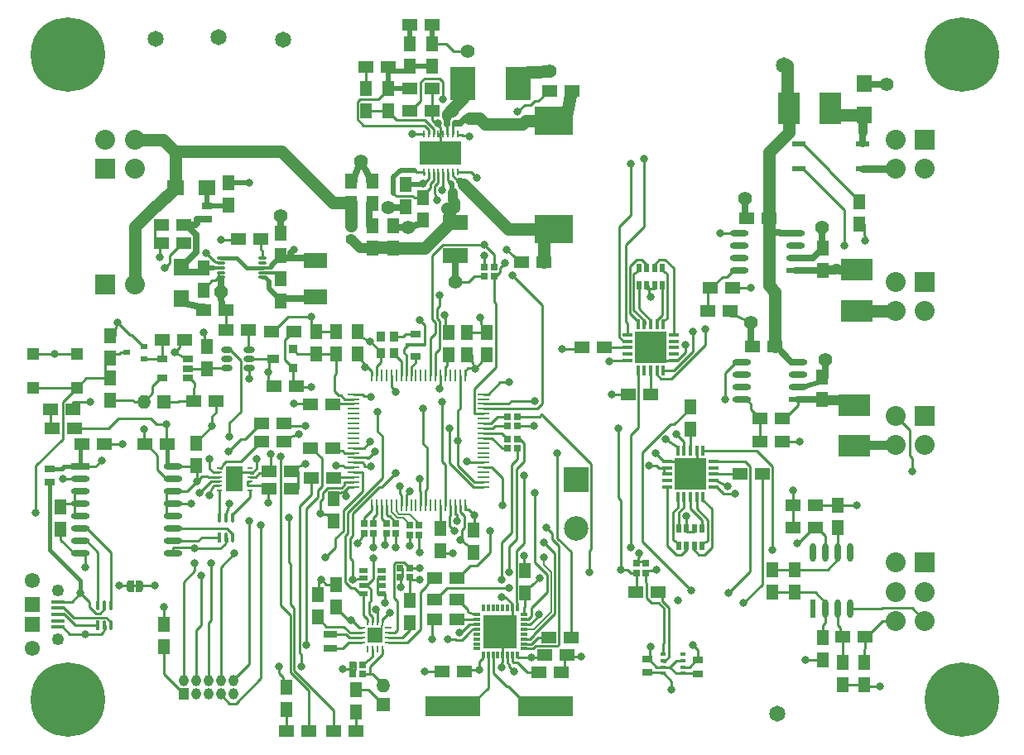
<source format=gtl>
*
*
G04 PADS VX.1.1 Build Number: 678707 generated Gerber (RS-274-X) file*
G04 PC Version=2.1*
*
%IN "pCO2SensorBoard1_4_3.pc"*%
*
%MOIN*%
*
%FSLAX35Y35*%
*
*
*
*
G04 PC Standard Apertures*
*
*
G04 Thermal Relief Aperture macro.*
%AMTER*
1,1,$1,0,0*
1,0,$1-$2,0,0*
21,0,$3,$4,0,0,45*
21,0,$3,$4,0,0,135*
%
*
*
G04 Annular Aperture macro.*
%AMANN*
1,1,$1,0,0*
1,0,$2,0,0*
%
*
*
G04 Odd Aperture macro.*
%AMODD*
1,1,$1,0,0*
1,0,$1-0.005,0,0*
%
*
*
G04 PC Custom Aperture Macros*
*
*
*
*
*
*
G04 PC Aperture Table*
*
%ADD010C,0.008*%
%ADD011C,0.01*%
%ADD015R,0.08X0.08*%
%ADD016C,0.08*%
%ADD034R,0.055X0.055*%
%ADD036C,0.02*%
%ADD038C,0.015*%
%ADD042C,0.04*%
%ADD043C,0.05*%
%ADD044C,0.025*%
%ADD045C,0.012*%
%ADD061R,0.036X0.036*%
%ADD065C,0.055*%
%ADD068C,0.035*%
%ADD077C,0.03*%
%ADD087C,0.001*%
%ADD090R,0.06X0.05*%
%ADD091R,0.03898X0.02835*%
%ADD094R,0.0374X0.01969*%
%ADD095R,0.05X0.06*%
%ADD098C,0.04921*%
%ADD099C,0.06102*%
%ADD100R,0.05906X0.05906*%
%ADD101O,0.055X0.055*%
%ADD104R,0.09449X0.05906*%
%ADD105R,0.0252X0.02756*%
%ADD106R,0.04724X0.04724*%
%ADD108O,0.02559X0.00984*%
%ADD109R,0.06693X0.09843*%
%ADD110R,0.00984X0.04921*%
%ADD111R,0.04921X0.00984*%
%ADD115R,0.03937X0.01378*%
%ADD116R,0.01378X0.03937*%
%ADD117R,0.12598X0.12598*%
%ADD121R,0.055X0.03*%
%ADD122R,0.01181X0.02756*%
%ADD123R,0.02756X0.01181*%
%ADD131R,0.02756X0.0252*%
%ADD132R,0.05315X0.02362*%
%ADD134R,0.01969X0.0374*%
%ADD215O,0.046X0.025*%
%ADD216R,0.04X0.027*%
%ADD219R,0.13386X0.13386*%
%ADD221R,0.02598X0.01969*%
%ADD222R,0.024X0.074*%
%ADD223O,0.024X0.074*%
%ADD236C,0.065*%
%ADD282R,0.064X0.066*%
%ADD283R,0.066X0.064*%
%ADD284R,0.05315X0.01575*%
%ADD287R,0.05X0.036*%
%ADD288O,0.016X0.04*%
%ADD289R,0.016X0.04*%
%ADD290O,0.035X0.012*%
%ADD291R,0.074X0.024*%
%ADD292O,0.074X0.024*%
%ADD295R,0.02165X0.01575*%
%ADD297C,0.09843*%
%ADD298R,0.09843X0.09843*%
%ADD299C,0.033*%
%ADD327R,0.0398X0.04528*%
%ADD328O,0.0398X0.04528*%
%ADD383R,0.09X0.125*%
%ADD386R,0.15748X0.11811*%
%ADD387R,0.00984X0.0315*%
%ADD388R,0.16929X0.09449*%
%ADD393R,0.03543X0.04331*%
%ADD394R,0.03937X0.02953*%
%ADD395R,0.07874X0.01575*%
%ADD396R,0.22047X0.08268*%
%ADD419R,0.1X0.06*%
%ADD423R,0.125X0.09*%
%ADD463R,0.0095X0.028*%
%ADD464R,0.028X0.0095*%
%ADD465R,0.061X0.061*%
%ADD471R,0.1X0.138*%
%ADD495R,0.075X0.025*%
%ADD496O,0.075X0.025*%
%ADD497C,0.3*%
%ADD498C,0.00394*%
*
*
*
*
G04 PC Circuitry*
G04 Layer Name pCO2SensorBoard1_4_3.pc - circuitry*
%LPD*%
*
*
G04 PC Custom Flashes*
G04 Layer Name pCO2SensorBoard1_4_3.pc - flashes*
%LPD*%
*
*
G04 PC Circuitry*
G04 Layer Name pCO2SensorBoard1_4_3.pc - circuitry*
%LPD*%
*
G54D10*
G01X243500Y146000D02*
X246150D01*
Y148650*
X246453Y151062*
Y151465*
X303547Y148484D02*
X307444D01*
X314400Y155440*
Y171527*
X311500Y177500D02*
Y174427D01*
X314400Y171527*
X261201Y190500D02*
X261467D01*
X252142Y198417D02*
Y196019D01*
X253275Y194886*
X257465*
X261467Y190884*
Y190500*
X250173Y198417D02*
Y195866D01*
X252624Y193415*
X254703*
X257500Y190618*
Y190500*
X187000Y208500D02*
Y209000D01*
G54D11*
X148207Y167823D02*
X148974D01*
X149468Y167329*
Y164593*
X148974Y164099*
X148207*
X147712Y164593*
Y167329*
X148207Y167823*
X147712Y165000D02*
X149468D01*
X147712Y166000D02*
X149468D01*
X147712Y167000D02*
X149468D01*
X148000Y164306D02*
Y167617D01*
X149000Y164125D02*
Y167797D01*
X144270Y167823D02*
X145037D01*
X145531Y167329*
Y164593*
X145037Y164099*
X144270*
X143775Y164593*
Y167329*
X144270Y167823*
X143775Y165000D02*
X145531D01*
X143775Y166000D02*
X145531D01*
X143775Y167000D02*
X145531D01*
X144000Y164369D02*
Y167554D01*
X145000Y164099D02*
Y167823D01*
X208000Y107500D02*
Y116000D01*
X236000Y107500D02*
Y115000D01*
X166500Y127500D02*
Y167426D01*
X171000Y171926*
Y175000*
X186500Y127500D02*
Y128024D01*
X193000Y134524*
Y192000*
X181500Y127500D02*
Y173500D01*
X187000Y179000*
X181500Y122500D02*
Y121976D01*
X184976Y118500*
X187394*
X197500Y128606*
Y190500*
X176500Y127500D02*
Y151000D01*
X177500Y152000*
Y175000*
X171500Y127500D02*
Y148182D01*
X173500Y150182*
Y170000*
X236000Y124000D02*
X241000D01*
X247000Y118000*
X274799Y117500D02*
X281689D01*
X289079Y124890*
Y137953*
X440500Y126000D02*
Y125500D01*
X447000*
X432000Y126000D02*
X440500D01*
X127000Y146500D02*
X133203D01*
X133703Y147000*
X134749Y148641*
X158500Y141500D02*
Y130524D01*
X166500Y122524*
Y122500*
X205000Y133500D02*
Y130750D01*
X206650Y129100*
Y125000*
X208000*
X216000Y142000D02*
Y197193D01*
X220500Y201693*
Y204381*
X222100Y205981*
Y217400*
X225500Y140600D02*
X230600D01*
X233000Y143000*
X235492*
X235539Y143047*
X238039*
X225500Y146400D02*
X231745D01*
X231745D02*
X233145Y145000D01*
X233145D02*
X235423D01*
X235439Y145016*
X238039*
X242500Y130500D02*
X241500D01*
Y133324*
X246453Y138277*
Y140539*
X234563Y134000D02*
X235500Y135000D01*
X234563Y130299D02*
X235500Y132299D01*
Y135000*
X238500Y130299D02*
X242500Y130500D01*
X246911Y126089*
X247000Y125900*
X238500Y130299D02*
X242500D01*
Y130500*
X238500Y134000D02*
X240978Y136000D01*
X242516Y137538*
Y140539*
X230500Y132500D02*
Y132348D01*
X234563*
Y130299*
X248965Y146984D02*
X251465D01*
X252400Y147919*
Y159600*
X248965Y145016D02*
X254500D01*
X257500Y148016*
Y151000*
X248965Y143047D02*
X256603D01*
X262000Y148444*
Y163500*
X263972Y165472*
X266345Y169000*
X267500*
X266500Y144500D02*
Y152500D01*
X267500*
X263500Y131500D02*
X270500D01*
X273000Y144500D02*
X275824D01*
X276324Y144000*
X278601*
X281000Y146399*
Y146587*
X282913Y148500*
X284437*
X284453Y148484*
X277500Y147000D02*
X277778Y146722D01*
X281508Y150453*
X284453*
X285500Y132000D02*
Y135555D01*
X287110Y137165*
Y137953*
X279500Y131500D02*
Y132000D01*
X285500*
X306500Y137000D02*
X311904D01*
Y137987*
X294500Y133000D02*
X294894Y137075D01*
Y137953*
X294984*
X294000Y147500D02*
X294984D01*
Y137953*
X294000Y147500D02*
X298921D01*
Y157047*
X300890Y137953D02*
Y137075D01*
X306500*
Y137000*
X298921Y137953D02*
Y135335D01*
X299256Y135000*
X301000*
X305000Y131000*
X309500*
X296953Y137953D02*
Y134844D01*
X297500Y134297*
Y133500*
X299500Y131500*
X291047Y137953D02*
Y130852D01*
X296399Y125500*
X297311*
X305311Y117500*
X312201*
X303547Y144547D02*
X306025D01*
X307500Y146022*
Y146378*
X315900Y154778*
Y179100*
X303547Y142579D02*
X306579D01*
X309189Y145189*
X313407*
X303547Y140610D02*
X307172D01*
X308150Y141588*
X316862*
X317507Y142233*
Y182130*
X318500Y131000D02*
X319702D01*
Y137987*
X320904*
Y137500*
X326500*
X362220Y133220D02*
X364780Y135780D01*
X367535*
X362220Y133220D02*
X364780Y130661D01*
X367535*
X353250Y136467D02*
X353782D01*
X353782D02*
X357028Y133220D01*
X359465*
X353250Y136467D02*
X354037D01*
Y141500*
X354500*
X353250Y131033D02*
Y130949D01*
X359465*
Y130661*
X367535D02*
X373500D01*
Y130533*
X367535Y133220D02*
X370222D01*
X372968Y135967*
X372968D02*
X373500D01*
X359465Y138339D02*
Y142431D01*
X360000Y142966*
Y156828*
X359465Y135780D02*
Y135494D01*
X360046*
X362000Y137448*
X359465Y133220D02*
X362220D01*
X359465Y130661D02*
X359760D01*
X363000Y127421*
Y124000*
X371500Y142000D02*
X373500Y140000D01*
Y135967*
X417000Y136000D02*
X424000D01*
Y145000D02*
Y150000D01*
X425000Y151000*
Y156700*
X440500Y135000D02*
Y140250D01*
X441000Y140750*
Y145500*
X441500*
X447700Y151700*
X453200*
X432000Y135000D02*
Y145500D01*
X125000Y163000D02*
X128492Y159508D01*
Y157561*
X131153Y154900*
X132727*
X134564Y156736*
X116030Y149282D02*
X117900D01*
X120682Y146500*
X127000*
X116030Y154400D02*
Y154686D01*
X118186*
X122871Y150000*
X131940*
X116030Y156959D02*
Y157245D01*
X118186*
X122230Y153200*
X135187*
X137124Y151264*
Y150000*
X116030Y159518D02*
X121518D01*
X125000Y163000*
X140500Y166000D02*
X144614D01*
X144653Y165961*
X134500Y158000D02*
X134564D01*
Y156736*
X137060Y150000D02*
X137124D01*
X134500D02*
X134749D01*
Y148641*
X144653Y165961D02*
X148590D01*
X154961*
X155000Y166000*
X158500Y150500D02*
Y157500D01*
X220500Y162500D02*
X221000D01*
Y169000*
X221500*
X220500Y153500D02*
Y153000D01*
X224000Y149500*
X230907*
X233423Y146984*
X238039*
X228000Y157500D02*
Y157000D01*
X233000Y152000*
X234000*
X246043Y165925D02*
X244673D01*
Y162776*
X246043*
X244673Y165925D02*
Y169075D01*
X246043*
X244673Y165925D02*
X246043D01*
X241100Y154821D02*
Y159105D01*
X242000Y160005*
X241100Y154821D02*
X242516Y153405D01*
Y151465*
X244000Y156500D02*
X244484D01*
Y151465*
X234000Y152000D02*
X234067D01*
X237114Y148953*
X238039*
X246043Y162776D02*
X247401D01*
X247500Y159000*
X238957Y165925D02*
Y165738D01*
X240030*
X243000Y168708*
Y177000*
X238957Y165925D02*
Y166262D01*
X240179*
X242000Y164441*
Y160005*
X238957Y162776D02*
Y153980D01*
X240547Y152390*
Y151465*
X246453D02*
Y152361D01*
X246467Y152376*
X249296Y155204*
X249500Y155000*
X267500Y160500D02*
X268000D01*
X272500Y165000*
X297500*
X257500Y160000D02*
Y169299D01*
X276500Y160500D02*
X277000D01*
X281000Y156500*
Y155500*
X283803Y154390*
X284453*
X276500Y152500D02*
Y152421D01*
X284453*
X309500Y154500D02*
X309786Y154214D01*
X294500Y161500D02*
X296024D01*
X298921Y158603*
Y157047*
X303547Y154390D02*
Y157229D01*
X304025Y157707*
Y162955*
X303547Y152421D02*
X303626Y152500D01*
X305182*
X306500Y153818*
Y156988*
X312900Y163388*
Y170554*
X303547Y150453D02*
X306025D01*
X309786Y154214*
X304025Y162955D02*
Y163671D01*
X310000Y169000*
X348500Y163500D02*
X348799D01*
Y171000*
X357500Y163500D02*
X359191D01*
Y159900*
X362000Y157091*
Y137448*
X386000Y163000D02*
X394600Y171600D01*
X392000Y159000D02*
X399500Y166500D01*
Y211000*
X403500Y163500D02*
X412500D01*
X420700*
X425000Y159200*
Y156700*
X435000D02*
X447400D01*
X447700Y157000*
X459700*
X465000Y151700*
X430000Y156700D02*
Y150000D01*
X430900Y149100*
Y145500*
X432000*
X124900Y179000D02*
X127000D01*
Y173500*
X124900Y184000D02*
X127400D01*
X131940Y179460*
Y158000*
X162100Y184000D02*
X172245D01*
X173745Y185500*
X180940*
X162100Y179000D02*
Y181350D01*
X171000*
Y181000*
X181203*
X182703Y182500*
X183749Y184141*
X186060Y185500D02*
X186124D01*
X183500D02*
X183749D01*
Y184141*
X222000Y168500D02*
X221500Y169000D01*
X224000Y166500*
X228000*
X223500Y177500D02*
X227500Y181500D01*
Y184926*
X230750Y188176*
Y196322*
X238478Y204050*
X233600Y185091D02*
X234500Y185991D01*
Y195127*
X234500D02*
X245140Y205767D01*
X246267*
X252000Y211500*
X233600Y185091D02*
Y176974D01*
X234500Y176074*
Y168500*
X231600Y186244D02*
Y167299D01*
X233899Y165000*
X235229*
X237762Y162467*
X238957*
Y162776*
X231600Y186244D02*
X232500Y187144D01*
Y195483*
X246400Y209383*
Y226276*
X243000Y181500D02*
Y187000D01*
X236500Y183000D02*
X238539Y186122D01*
Y187000*
X239299*
X247500Y182500D02*
X247539Y186122D01*
Y187000*
X248299*
X234500Y168500D02*
X237587Y168591D01*
X238957*
Y169075*
X251085Y174715D02*
Y160915D01*
X252400Y159600*
X251085Y174715D02*
X251870Y175500D01*
X255256*
X257569Y173187*
X252000Y181500D02*
Y187000D01*
X257500Y182000D02*
Y186563D01*
X261201D02*
X261273D01*
Y179500*
X261500*
X254441Y173000D02*
X253563D01*
X253719*
X253563Y169299D02*
X254441D01*
Y173000*
X253563Y169299D02*
X253719D01*
Y165500*
X254000*
X257500Y169299D02*
Y168539D01*
X258378*
X261500Y168500*
X257500Y173000D02*
Y173187D01*
X257569*
X257500Y173000D02*
X261500D01*
X278000Y184500D02*
X278500D01*
Y188500*
X279400Y189400*
Y194113*
X278000Y184500D02*
X281137Y182046D01*
X283137Y180481*
Y179546*
X270000Y180000D02*
Y179000D01*
X275000*
X276500Y169000D02*
X277000D01*
X282000Y174000*
X284647*
X290000Y179353*
Y188000*
X300425Y180013D02*
X303500Y183087D01*
Y210500*
X300425Y180013D02*
Y159283D01*
X300890Y158819*
Y157047*
X297500Y171500D02*
Y181669D01*
X300500Y184669*
Y212995*
X303500Y215995*
Y223430*
Y178000D02*
Y171955D01*
X304025*
X294500Y168500D02*
Y183250D01*
X298500Y187250*
Y214652*
X300937Y217089*
Y221500*
X311500Y183500D02*
X315900Y179100D01*
X342500Y172500D02*
Y172300D01*
X345250*
X346439Y171111*
X348799*
Y171000*
X330000Y171500D02*
Y180196D01*
X330521Y180717*
X346500Y181500D02*
Y226654D01*
X349600Y229754*
Y247709*
X348799Y174937D02*
Y175815D01*
X352500*
Y174937*
X348799D02*
X349559D01*
Y175815*
X350000Y179000*
X363691Y184282D02*
X365776Y183038D01*
Y181957*
X363691Y184282D02*
Y195716D01*
X365382Y197406*
Y201748*
X368925Y181957D02*
X369234D01*
Y180762*
X352500Y171000D02*
Y171752D01*
X357000Y172500*
X352500Y171000D02*
Y167539D01*
X353000Y167039*
Y160944*
X354944Y159000*
X357828*
X360000Y156828*
X371766Y180762D02*
X374028Y178500D01*
X376178*
X379100Y181422*
Y196987*
X371766Y180762D02*
Y181957D01*
X372075*
X375224D02*
Y183092D01*
X377429Y184162*
X377500Y184232*
X403500Y180500D02*
Y195597D01*
X403600Y195697*
Y213956*
X403500Y172500D02*
X412500D01*
X425000Y176800D02*
Y179300D01*
X413500Y183000D02*
X413625Y182875D01*
X420375Y189625*
X421000*
Y189500*
X412500Y172500D02*
X425700D01*
X430000Y176800*
Y179300*
Y189500*
X107000Y195500D02*
Y214292D01*
X117750Y225042*
Y240150*
X123400Y245800*
X122400Y199000D02*
Y204000D01*
X124900*
Y199000D02*
X122400D01*
X124900*
X122400D02*
Y194000D01*
X124900*
X117021Y188824D02*
Y184379D01*
X122400Y179000*
X124900*
X117021Y197824D02*
Y199000D01*
X124900*
Y189000D02*
X127400D01*
X137060Y179340*
Y158000*
X159600Y204000D02*
Y199000D01*
X162100*
X159600Y204000D02*
X162100D01*
X159600Y199000D02*
Y194000D01*
X162100*
X159600Y199000D02*
X162100D01*
Y204000D02*
X168000D01*
X172000Y208000*
X162100Y199000D02*
X169500D01*
X162100Y189000D02*
X183887D01*
X186124Y186764*
Y185500*
X177000Y202500D02*
X176609Y202705D01*
X178518Y206343*
X180898*
X173000Y203500D02*
X177614Y208114D01*
X180898*
X172000Y208000D02*
X174000Y210000D01*
X176147*
X176261Y209886*
X180898*
Y204571D02*
Y199602D01*
X180940Y199560*
Y193500*
X183500D02*
Y194700D01*
X185000Y199000*
X186060Y193500D02*
Y194700D01*
X193102Y201742*
Y204571*
Y206343D02*
X192315D01*
Y208114*
X193102*
X209000Y193500D02*
Y175375D01*
X209500Y174875*
Y158500*
X211025Y156975*
Y131834*
X227000Y115859*
Y107500*
X200500Y199500D02*
Y205000D01*
X201000*
X193102Y206343D02*
X201000D01*
Y205000*
X213100Y197986D02*
Y138974D01*
X214000Y138074*
Y133500*
X213100Y197986D02*
X218000Y202886D01*
Y209500*
X221500Y195000D02*
Y200193D01*
X222500Y201193*
Y203556*
X224444Y205500*
X230056*
X231357Y206801*
Y207768*
X234917*
X221500Y195000D02*
X227000Y194214D01*
Y192000*
X210000Y205000D02*
X212500D01*
Y212000*
X227000Y201000D02*
Y203139D01*
X231000Y203861*
X231673Y204535*
X232000Y204208*
Y202000*
X231673Y204535D02*
X232943Y205805D01*
X234917*
Y205799*
X243000Y190937D02*
Y193502D01*
X244268Y194770*
Y198417*
X239299Y190937D02*
Y193449D01*
X242299Y196449*
Y198417*
X248205D02*
Y194795D01*
X249000Y194000*
X249430*
X252187Y191242*
Y190937*
X246236Y198417D02*
Y193118D01*
X248299Y191055*
Y190937*
X253500Y206000D02*
Y202919D01*
X254110Y202309*
Y198417*
X269858D02*
Y189000D01*
X270000*
X263953Y198417D02*
Y204453D01*
X264500Y205000*
X256079Y198417D02*
Y202579D01*
X257500Y204000*
X252000Y190937D02*
X252187D01*
X275500Y188000D02*
X273600Y189989D01*
Y193931*
X273795Y194127*
Y198417*
X279701D02*
Y196845D01*
X281293*
X283500Y194500*
X277732Y198417D02*
Y195780D01*
X279400Y194113*
X275764Y198417D02*
Y194857D01*
X275817Y194803*
X276447*
X276500Y194750*
Y192000*
X283137Y188546D02*
X283500D01*
Y194500*
X308000Y203500D02*
Y175454D01*
X312900Y170554*
X312500Y189500D02*
X314922Y187078D01*
Y184715*
X317507Y182130*
X368925Y189043D02*
Y194000D01*
X369000*
X368925Y189043D02*
Y187673D01*
X372075*
Y189043*
X365776D02*
Y195457D01*
X367941Y197622*
Y201748*
X361248Y205882D02*
Y182074D01*
X364822Y178500*
X366972*
X369234Y180762*
X379752Y208441D02*
X380861D01*
X385500Y206000*
X379752Y205882D02*
X381031D01*
X381031D02*
X383913Y203000D01*
X383913D02*
X388500D01*
X375618Y201748D02*
Y200469D01*
X375618D02*
X379100Y196987D01*
X373059Y201748D02*
Y196941D01*
X377500Y192500*
Y184232*
X370500Y201748D02*
Y197169D01*
X375224Y192445*
Y189043*
X412000Y189500D02*
Y198500D01*
X421000Y189500D02*
X421500D01*
X425000Y186000*
Y179300*
X412000Y198500D02*
Y204500D01*
X421000Y198500D02*
X430000D01*
X437500*
X118000Y209000D02*
X124900D01*
Y214000D02*
X131000D01*
X133500Y216500*
X134500Y223000D02*
X142000D01*
X151000D02*
X151500D01*
X156000Y218500*
Y212600*
X159600Y209000*
X162100*
Y214000D02*
X171445D01*
Y214421*
X177000Y217000D02*
Y213176D01*
X178518Y211657*
X180898*
X184500Y220000D02*
X189583Y225083D01*
X191083*
X197500Y231500*
X198000*
X185000Y226000D02*
Y231824D01*
X189400Y236224*
Y256890*
X187000Y208500D02*
Y209000D01*
Y211657*
X193102*
X180898Y213429D02*
X181685D01*
X182417Y214949*
X183469Y216000*
X189500*
X197500Y224000*
X198000*
X171445Y223421D02*
Y223911D01*
X178000Y230500*
X171445Y214421D02*
X172000D01*
Y208000*
X205500Y218000D02*
Y158169D01*
X209425Y154244*
Y131171*
X217000Y123596*
Y107500*
X193102Y211657D02*
X193260Y211500D01*
X194212*
X196000Y213288*
Y217000*
X193102Y209886D02*
X195482D01*
X196900Y211304*
X201000*
Y212000*
X201500*
Y219000*
X207000Y224000D02*
Y226000D01*
X209500*
X213000Y227000*
X228000Y214500D02*
Y214280D01*
X230750*
X231357Y213673*
X234917*
X227000Y209500D02*
Y209736D01*
X234917*
X226500Y221500D02*
Y220335D01*
X230600*
X231357Y219579*
X234917*
X217500Y221500D02*
X218000D01*
X222100Y217400*
X210000Y212000D02*
Y214000D01*
X212500*
X215500Y215000*
X210000Y212000D02*
X212500D01*
X234917Y211705D02*
X238478D01*
Y204050*
X234917Y215642D02*
X238478D01*
X239250Y214870*
Y214000*
X242000*
X234917Y217610D02*
X240309D01*
X240419Y217500*
X241000*
X243500Y220000*
X234917Y221547D02*
X239047D01*
X241500Y224000*
X261500Y209000D02*
Y204356D01*
X261984Y203872*
Y198417*
X280500Y216000D02*
Y215642D01*
X287083*
X277000Y224500D02*
Y236770D01*
X277732Y237502*
Y250583*
X277000Y224500D02*
Y214290D01*
X283522Y207768*
X287083*
Y227453D02*
X294630D01*
X296882Y225201*
X297000*
X287083Y225484D02*
X290643D01*
X294522Y221606*
Y221500*
X297000*
X287083Y213673D02*
X290643D01*
X295000Y209317*
Y198500*
X300937Y225201D02*
Y225538D01*
X301392*
X303500Y223430*
X317000Y219500D02*
Y185122D01*
X322407Y179714*
Y145189*
X351100Y219701D02*
X362399Y231000D01*
X364000*
X370500Y237500*
Y238000*
X351100Y219701D02*
Y183900D01*
X371000Y164000*
X361248Y213559D02*
X359780D01*
X359780D02*
Y211000D01*
X359780D02*
X361248D01*
X360500Y225000D02*
X365382Y221588D01*
Y220252*
X365000Y227000D02*
X367941Y224059D01*
Y220252*
X354000Y214500D02*
X356994D01*
X357935Y213559*
X361248*
X356500Y219500D02*
X359974Y216118D01*
X361248*
X370500*
Y211000*
X373059*
Y220252*
X370500D02*
Y229000D01*
X375618Y220252D02*
X397304D01*
X403600Y213956*
X379752Y216118D02*
X392438D01*
X394600Y213956*
Y171600*
X379752Y211000D02*
X390500D01*
X398500Y224000D02*
Y233500D01*
X407500Y224000D02*
X414500D01*
X105880Y245800D02*
X123400D01*
X122500Y229500D02*
X136249D01*
X140249Y233500*
X153176*
X155676Y231000*
X159500*
X123400Y245800D02*
X127300Y249700D01*
X137000*
X113000Y237000D02*
Y229500D01*
X113500*
X122000Y237000D02*
Y240000D01*
X129000*
X137000Y240700D02*
X146150D01*
X146650Y240200*
X150500*
X159500Y231000D02*
Y223000D01*
X160000*
X150500Y229000D02*
Y223000D01*
X151000*
X150500Y240200D02*
X154000Y243700D01*
Y246500*
X157250Y249750*
X157900*
X158400Y240200D02*
X164175D01*
X164475Y240500*
X170500*
X178000Y230500D02*
Y234325D01*
X179500Y235825*
Y240500*
X170500D02*
Y245672D01*
X170878Y246050*
Y247622*
X207000Y231500D02*
Y230500D01*
X215500*
X211000Y239500D02*
X217500D01*
Y239000*
X226500D02*
Y239264D01*
X234917*
X212000Y246500D02*
Y246000D01*
X218000*
X244500Y236000D02*
Y228176D01*
X246400Y226276*
X234917Y243201D02*
X238478D01*
X239250Y242429*
X242000*
Y242000*
X263000Y237500D02*
Y223176D01*
X264500Y221676*
Y205000*
X269500Y245500D02*
X269858D01*
Y250583*
X252000Y244000D02*
X252118Y244118D01*
X283522Y245557D02*
Y235327D01*
X287083*
X283522Y245557D02*
X292100Y254135D01*
Y279648*
X273500Y229500D02*
Y215527D01*
X283228Y205799*
X287083*
X270500Y240000D02*
Y216000D01*
X271827Y214673*
Y198417*
X287083Y243201D02*
X289051D01*
X293850Y248000*
X297500*
X287083Y239264D02*
X297329D01*
X298565Y240500*
X308000*
X287083Y237295D02*
X308896D01*
X310900Y239299*
X287083Y231390D02*
X287193Y231500D01*
X290146*
X292847Y234201*
X297000*
X287083Y229421D02*
X290743D01*
X291822Y230500*
X297000*
X300937D02*
X301000Y230437D01*
Y230000*
X301500Y230500*
X307500*
X300937Y234201D02*
X309701D01*
X310500Y235000*
X330521Y214979*
Y180717*
X341500Y229500D02*
Y201500D01*
X342500Y200500*
Y172500*
X339000Y243000D02*
X345500D01*
X354500D02*
Y252748D01*
X384500Y241000D02*
Y251800D01*
X388700Y256000*
X391200*
Y241000D02*
X393096D01*
X395024Y239072*
Y237080*
X398302Y233802*
X398500*
Y233500*
X407500D02*
Y233200D01*
X408300*
X413800Y238700*
Y241000*
X453200Y234400D02*
X459000Y228600D01*
Y218569*
X460000Y217569*
Y212000*
X105880Y259580D02*
X113500D01*
X114420*
X114500Y259500*
X113500Y259580D02*
X123400D01*
X135000Y257700D02*
Y249700D01*
X137000*
X135000Y257700D02*
X137000D01*
Y266700D02*
X139000D01*
Y269200*
X140000Y272000*
X137000Y257700D02*
Y259543D01*
X140600*
X141057Y260000*
X143457*
X163000D02*
X166600Y258100D01*
X168100*
Y257250*
X163000Y260000D02*
X165000Y262000D01*
Y264000*
X166000Y265000*
X167000*
X157900Y257250D02*
Y265000D01*
X158000*
X168100Y253500D02*
X176000D01*
X168100Y249750D02*
X168750D01*
X170878Y247622*
X150543Y257441D02*
X157900D01*
Y257250*
X174500Y268000D02*
X174895D01*
Y262500*
X176000*
X184000Y261240D02*
X185050D01*
X189400Y256890*
X176000Y253500D02*
Y253760D01*
X184000*
X207222Y265222D02*
Y256928D01*
X210400Y253750*
X207222Y265222D02*
X210500Y268500D01*
X211000*
X193000Y249500D02*
Y253760D01*
X200500Y252000D02*
Y246500D01*
X203000*
X200500Y252000D02*
X201000D01*
Y257500*
X202400*
X193000*
X227100Y250601D02*
X228000Y251501D01*
Y259500*
X227100Y250601D02*
Y244299D01*
X228799Y242600*
X229972*
X231340Y241232*
X234917*
X220000Y259500D02*
X228000D01*
X210400Y261250D02*
X212150Y259500D01*
X220000*
X210400Y253750D02*
Y246500D01*
X212000*
X240000Y254865D02*
X242306Y252558D01*
X239500Y254000D02*
X239318Y254182D01*
X240000Y254865*
X236182Y259500D02*
Y258682D01*
X240000Y254865*
X236182Y259500D02*
X236500D01*
X241500Y264500D02*
X246000Y260280D01*
Y259807*
X242299Y250583D02*
X242306D01*
Y252558*
X244268Y250583D02*
Y254476D01*
X246000Y256209*
Y259807*
X255285Y261435D02*
Y259715D01*
X256079Y258921*
Y250583*
X255285Y261435D02*
X256850Y263000D01*
X260000*
X263437*
Y271048*
X251118Y266500D02*
X255000D01*
X255929Y267429*
X260000*
X251118Y259807D02*
Y259413D01*
X254110Y256421*
Y250583*
X250173D02*
Y246062D01*
X252118Y244118*
X258047Y250583D02*
Y254143D01*
X259898Y255994*
Y258571*
X260000*
X265921Y250583D02*
Y265787D01*
X267900Y267766*
X267890Y250583D02*
Y259890D01*
X269500Y261500*
Y272881*
X284000Y253500D02*
X288500Y258900D01*
Y259000*
X271827Y250583D02*
Y254327D01*
X272000Y254500*
X272250*
X272539Y254789*
Y258956*
X273306*
X279701Y250583D02*
Y252551D01*
X280971Y253821*
X284000*
Y253500*
X280500Y268000D02*
X288500D01*
X280500Y259000D02*
X282500D01*
Y256500*
X284000Y253500*
X319000Y261500D02*
X327000D01*
Y262000*
X338000Y256500D02*
Y256882D01*
X345248*
X336000Y262000D02*
X345248D01*
X349382Y252748D02*
Y247927D01*
X349600Y247709*
X356872Y251281D02*
X358653Y249500D01*
X362846*
X376500Y263154*
Y269500*
X356872Y251281D02*
Y252748D01*
X357059*
X368500Y263000D02*
X368524Y260000D01*
X354500Y262000D02*
Y256882D01*
X363752*
Y256695*
X365219*
X368524Y260000*
X359618Y252748D02*
X363831D01*
X371500Y260417*
Y268500*
X140000Y272000D02*
X144812Y267188D01*
X145599*
X150228Y262559*
X150543*
X183500Y269000D02*
Y277000D01*
X174500Y285000D02*
Y285500D01*
X177918Y288918*
X179108*
X180450Y290260*
X181600*
X192500Y269000D02*
Y261240D01*
X193000*
X202000Y268500D02*
X202500D01*
X208500Y274500*
X218000*
Y268500*
X220000*
X228000*
X236500D02*
Y267000D01*
X241500Y264500*
X266600Y273510D02*
X267900Y272210D01*
Y267766*
X266600Y273510D02*
Y299142D01*
X270958Y303500*
X287500*
X268500Y277676D02*
Y273881D01*
X269500Y272881*
X268500Y277676D02*
X269500Y278676D01*
Y283000*
X261500Y273000D02*
X263437Y271048D01*
X271500Y275000D02*
X271975D01*
Y267956*
X273306*
X286000Y274000D02*
X286500Y270500D01*
Y268000*
X288500*
X344491Y272412D02*
X345248Y271655D01*
Y267118*
X344491Y272412D02*
Y303253D01*
X352000Y310761*
Y338000*
X346091Y275822D02*
Y294769D01*
X348822Y297500*
X350972*
X353234Y295238*
X346091Y275822D02*
X349382Y272531D01*
X349382D02*
Y271252D01*
X349776Y286957D02*
Y277631D01*
X354687Y272719*
X357059Y271252D02*
X356872D01*
Y272719*
X359224Y275072*
Y286957*
X351941Y271252D02*
X352128D01*
Y272719*
X354500Y271252D02*
X354687D01*
Y272719*
X359618Y271252D02*
Y272588D01*
X361309Y273774*
Y291718*
X352925Y286957D02*
X353409D01*
Y285587*
X354500Y282500*
X352925Y286957D02*
Y285587D01*
X356075*
Y286957*
X377533Y276757D02*
Y285952D01*
X378527*
X386533Y276757D02*
Y274757D01*
X389033*
X395000Y272000*
X387527Y285952D02*
Y286000D01*
X395000*
X378527Y285952D02*
X379027D01*
X383538Y290463*
X385163*
X387700Y293000*
X390200*
X157500Y304000D02*
X155000D01*
Y311500*
X157500*
X157000Y298500D02*
Y304000D01*
X157500*
X159000Y294000D02*
X161000Y296000D01*
Y299000*
X166000Y304000*
X166500*
X181500Y289000D02*
Y290160D01*
X181600Y290260*
X180450D02*
Y292230D01*
X181600*
X180450Y290260D02*
X181600D01*
X175500Y300000D02*
X175555Y300055D01*
X178715Y296896*
Y296838*
X180449Y296168*
X181600*
Y296170*
X181500Y305500D02*
X188400D01*
Y305700*
X197400D02*
Y301600D01*
X198200Y300800*
Y298140*
X287500Y303500D02*
X291500Y299500D01*
Y294500*
X287500Y299000D02*
Y294500D01*
X287563*
X276000Y288500D02*
X281318D01*
X283617Y290799*
X287563*
X299000Y291000D02*
X310900Y279100D01*
Y239299*
X296500Y301500D02*
X302333Y296500D01*
X302500*
X291500Y290799D02*
Y280248D01*
X292100Y279648*
X291500Y290799D02*
Y290462D01*
X291955*
X294000Y292507*
Y294000*
X296000Y296000*
X347691Y291718D02*
Y277156D01*
X352128Y272719*
X347691Y291718D02*
X349776Y292962D01*
Y294043*
X355766Y295238D02*
X358028Y297500D01*
X360178*
X363752Y293926*
Y267118*
X355766Y295238D02*
Y294043D01*
X356075*
X359224D02*
Y292962D01*
X361309Y291718*
X352925Y294043D02*
X353234D01*
Y295238*
X382500Y308000D02*
X390200D01*
X251000Y324000D02*
X252061Y322939D01*
X255439*
X255500Y323000*
X258749*
X259249Y322500*
X263000*
X261000Y327727D02*
X261273Y328000D01*
X263000*
X261000Y322500D02*
X263000D01*
X267600Y324224D02*
X268000Y323824D01*
Y321000*
X268500*
Y321500*
X267600Y324224D02*
Y327045D01*
X269016Y328460*
Y332823*
X263000Y322500D02*
X262722D01*
Y323278*
X266000Y326556*
Y328222*
X267047Y329270*
Y332823*
X270500Y325500D02*
X270984D01*
Y332823*
X342000Y310845D02*
X346500Y315345D01*
Y336000*
X342000Y310845D02*
Y266153D01*
X343781Y264372*
X345248*
Y264559*
X438469Y311663D02*
X440469D01*
Y309163*
X441000Y305000*
X259500Y333500D02*
X260177Y332823D01*
X263110*
X263500Y328500D02*
X265079Y330079D01*
Y332823*
X263110Y331740D02*
Y332823D01*
X258500Y348000D02*
X263110D01*
Y348177*
X264000Y340500D02*
X270000D01*
Y348177D02*
X269016D01*
X270000Y347193*
Y340500*
Y348177D02*
X270984D01*
X275500Y340500D02*
X270000D01*
X272750*
X276890Y332823D02*
X282177D01*
X284500Y330500*
X274921Y332823D02*
Y331169D01*
X277090Y329000*
X277500*
X272953Y332823D02*
Y329547D01*
X274000Y328500*
X274921Y348177D02*
Y350921D01*
X275000Y351000*
Y351706*
X275750Y352456*
X276890Y348177D02*
Y347734D01*
X278482*
X278750Y347466*
X281500*
Y347000*
X414303Y334000D02*
X415780D01*
X432500Y317280*
Y303000*
X414303Y344000D02*
X415780D01*
X426465Y333315*
Y333167*
X438469Y321163*
Y320663*
X236400Y354044D02*
X238944Y351500D01*
X263410*
X265079Y349831*
Y348177*
X236400Y354044D02*
Y360956D01*
X237444Y362000*
X245000*
X249000Y366000*
Y366500*
X240000D02*
Y375000D01*
Y357500D02*
X249000D01*
Y357423*
X251000Y355000*
X252156Y353600*
X263573*
X267047Y350125*
Y348177*
X269000Y351815D02*
X270000Y350815D01*
Y348177*
X269000Y351815D02*
Y352500D01*
X266500Y357500D02*
Y353900D01*
X267900Y352500*
X268315*
X269000Y351815*
X266500Y357500D02*
Y366500D01*
X257500Y357500D02*
X258000D01*
X262000Y361500*
Y369056*
X263444Y370500*
X269556*
X271000Y369056*
Y362000*
X272650Y351986D02*
Y348177D01*
X272953*
X301000Y357000D02*
X303722Y359722D01*
X306222*
X307789Y361289*
X309289*
X313500Y365500*
X314000*
X266500Y384500D02*
X272125D01*
X275125Y381500*
X281000*
G54D15*
X465000Y234400D03*
X135000Y334100D03*
Y287500D03*
X465000Y288400D03*
Y345900D03*
Y175300D03*
G54D16*
X453200Y234400D03*
X465000Y222600D03*
X453200D03*
X146800Y334100D03*
X135000Y345900D03*
X146800D03*
Y287500D03*
X453200Y288400D03*
X465000Y276600D03*
X453200D03*
Y345900D03*
X465000Y334100D03*
X453200D03*
Y175300D03*
X465000Y163500D03*
X453200D03*
X465000Y151700D03*
X453200D03*
G54D34*
X158400Y240200D03*
X247000Y118000D03*
G54D36*
X413800Y246000D02*
X416300D01*
X423500Y248526*
Y250000*
X201000Y288000D02*
Y285600D01*
X205400Y281200*
Y280700*
X174500Y294000D02*
X178500D01*
X201769Y295069D02*
Y294731D01*
X202000Y294500*
X201769Y295069D02*
X205400Y298700D01*
Y299200*
X176000Y319217D02*
X184500D01*
Y319500*
X175800Y326500D02*
X176000D01*
Y319217*
X251000Y324000D02*
Y330674D01*
X253826Y333500*
X259500*
X261000Y327727D02*
X262727D01*
X263500Y328500*
X255816Y327727D02*
X261000D01*
X184500Y328500D02*
X193000D01*
X274000D02*
X274500Y328000D01*
Y326100*
X275000Y325600*
Y324500*
X249000Y375000D02*
Y366500D01*
X257500*
X249000Y375000D02*
Y373500D01*
X257500*
Y375500*
X266175Y383675D02*
Y384500D01*
X266500*
Y392000*
X257500Y384500D02*
Y392000D01*
Y375500D02*
X266500D01*
X278800Y368500D02*
X279125D01*
Y370725*
G54D38*
X112500Y207783D02*
Y180500D01*
X125000Y168000*
Y163000*
X112500Y213217D02*
X117408D01*
X118191Y214000*
X124900*
Y223000*
X125500*
X160000D02*
Y214000D01*
X162100*
X181600Y298140D02*
X187930D01*
X191870Y294200*
X198200*
Y290260D02*
X199350D01*
X201000Y288610*
Y288000*
G54D42*
X423500Y241000D02*
Y240609D01*
X436500*
Y238750*
X234000Y305783D02*
Y305326D01*
X234074*
X237400Y302000*
X242500*
X275000Y324500D02*
Y321500D01*
X275949Y320551*
Y318035*
X272500Y318000*
X272628Y355128D02*
Y356128D01*
X274000Y357500*
G54D43*
X146800Y287500D02*
Y310684D01*
X155116Y319000*
X155600*
X163100Y326500*
X163200*
X437500Y276750D02*
Y276600D01*
X453200*
X242500Y302000D02*
Y302500D01*
X251000*
Y302000*
X263514*
X273949Y312435*
X275949*
X311500Y296500D02*
Y309650D01*
X315500*
X163200Y326500D02*
Y340800D01*
X234000Y311217D02*
Y320000D01*
X279106Y327606D02*
X297063Y309650D01*
X315500*
X272500Y318000D02*
X273480D01*
Y312435*
X275949*
X402189Y314158D02*
Y308500D01*
Y286923*
X404540Y284571*
Y262394*
X402189Y314158D02*
Y340599D01*
X410250Y348660*
Y358500*
X146800Y345900D02*
X158100D01*
X163200Y340800*
X163400Y341000*
X206000*
X226500Y320500*
X234000*
Y320000*
X281500Y354500D02*
X285500D01*
X288000Y352000*
X303000*
X304350Y353350*
X315500*
X274500Y357500D02*
X274000D01*
X278800Y362300*
Y368500*
X315500Y353350D02*
X320241D01*
X322500Y365500*
X323000*
X426750Y358500D02*
Y355700D01*
X440500*
X301200Y368500D02*
Y372754D01*
X314000Y373500*
X408126Y375913D02*
X409488D01*
Y358500*
X410250*
G54D44*
X413800Y241000D02*
X423500D01*
X404540Y262394D02*
X405073D01*
X411300Y256000*
X413800*
X423500Y250000D02*
X424750D01*
Y251750*
X425000Y257000*
X165500Y281700D02*
Y280165D01*
X172750Y278250*
X174500*
Y277000*
X181500Y289000D02*
Y284500D01*
X181800Y277000*
X183500*
X205400Y280700D02*
Y281627D01*
X219400*
Y282517*
X395000Y272000D02*
Y262394D01*
X395540*
X165500Y294300D02*
Y294400D01*
X171500Y300400*
X165500Y294300D02*
Y292250D01*
X174500*
Y294000*
X209500Y298120D02*
Y300000D01*
X211000Y301500*
X209500Y298120D02*
X219400D01*
Y297083*
X205400Y308200D02*
X205500D01*
Y315000*
X205400Y299200D02*
Y298120D01*
X209500*
X275949Y298935D02*
X276000D01*
Y288500*
X412800Y298000D02*
X419884D01*
X423692Y301808*
Y302000*
X424000*
X412800Y293000D02*
X424000D01*
X166500Y311500D02*
Y311692D01*
X167192*
X171500Y307384*
Y300400*
X166500Y311500D02*
X171350D01*
X172000Y312150*
Y313582*
X172201Y313783*
X176000*
X242500Y320000D02*
X241250D01*
Y311000*
X242500*
X249000Y318500D02*
X255816D01*
Y318727*
X257000Y310500D02*
X263000Y312079D01*
Y313500*
X251000Y311000D02*
Y310500D01*
X257000*
X402189Y308500D02*
X406344D01*
X406844Y308000*
X412800*
X392500Y322000D02*
Y314158D01*
X393189*
X423500Y310500D02*
Y302000D01*
X424000*
X238000Y337000D02*
X241250Y330750D01*
Y329000*
X242500*
X234000D02*
X235250D01*
Y330750*
X238000Y337000*
X277500Y329000D02*
X277712D01*
X279106Y327606*
X439697Y344000D02*
Y348803D01*
X275750Y352456D02*
X275794Y352500D01*
X278000*
X280000Y354500*
X281500*
X272628Y355128D02*
Y354872D01*
X272650Y354850*
Y351986*
X440500Y368300D02*
Y368000D01*
X449500*
G54D45*
X178500Y294000D02*
X180450Y294200D01*
X181600*
X198200D02*
X201700D01*
X202000Y294500*
X198200Y292230D02*
X199350D01*
X205400Y292040*
Y289700*
G54D61*
X210400Y253750D03*
Y261250D03*
G54D65*
X425000Y257000D03*
X181500Y284500D03*
X395000Y272000D03*
X276000Y288500D03*
X205500Y315000D03*
X249000Y318500D03*
X257000Y310500D03*
X392500Y322000D03*
X423500Y310500D03*
X238000Y337000D03*
X274500Y357500D03*
X449500Y368000D03*
X281000Y381500D03*
X314000Y373500D03*
G54D68*
X436500Y222250D02*
Y222600D01*
X453200*
X429000Y293500D02*
Y294000D01*
X429400*
X430150Y293250*
X437500*
X424000Y293000D02*
Y293250D01*
X428900*
X429000Y293500*
X439697Y348803D02*
Y355700D01*
X440500*
G54D77*
X439697Y334000D02*
X453200D01*
Y334100*
G54D87*
G54D90*
X267500Y152500D03*
X276500D03*
X267500Y160500D03*
X276500D03*
X158000Y265000D03*
X167000D03*
X183500Y277000D03*
X174500D03*
X404540Y262394D03*
X395540D03*
X402189Y314158D03*
X393189D03*
X378527Y285952D03*
X387527D03*
X386533Y276757D03*
X377533D03*
X313407Y145189D03*
X322407D03*
X311904Y137987D03*
X320904D03*
X266500Y366500D03*
X257500D03*
Y357500D03*
X266500D03*
X240000Y375000D03*
X249000D03*
X311500Y296500D03*
X302500D03*
X323000Y365500D03*
X314000D03*
X198000Y224000D03*
X207000D03*
X276500Y169000D03*
X267500D03*
X407500Y224000D03*
X398500D03*
Y233500D03*
X407500D03*
X211000Y268500D03*
X202000D03*
X203000Y246500D03*
X212000D03*
X309500Y131000D03*
X318500D03*
X279500Y131500D03*
X270500D03*
X227000Y107500D03*
X236000D03*
X210000Y212000D03*
X201000D03*
Y205000D03*
X210000D03*
X421000Y198500D03*
X412000D03*
X421000Y189500D03*
X412000D03*
X188400Y305700D03*
X197400D03*
X432000Y145500D03*
X441000D03*
X192500Y269000D03*
X183500D03*
X179500Y240500D03*
X170500D03*
X122000Y237000D03*
X113000D03*
X217000Y107500D03*
X208000D03*
X122500Y229500D03*
X113500D03*
X266500Y392000D03*
X257500D03*
X125500Y223000D03*
X134500D03*
X160000D03*
X151000D03*
X198000Y231500D03*
X207000D03*
X357500Y163500D03*
X348500D03*
X336000Y262000D03*
X327000D03*
X157500Y311500D03*
X166500D03*
Y304000D03*
X157500D03*
X354500Y243000D03*
X345500D03*
X390500Y211000D03*
X399500D03*
X217500Y221500D03*
X226500D03*
Y239000D03*
X217500D03*
X227000Y209500D03*
X218000D03*
G54D91*
X234000Y305783D03*
Y311217D03*
X112500Y207783D03*
Y213217D03*
X373500Y135967D03*
Y130533D03*
X353250Y131033D03*
Y136467D03*
X176000Y319217D03*
Y313783D03*
G54D94*
X238957Y162776D03*
Y165925D03*
Y169075D03*
Y172224D03*
X246043D03*
Y169075D03*
Y165925D03*
Y162776D03*
G54D95*
X257500Y160000D03*
Y151000D03*
X438469Y320663D03*
Y311663D03*
X273306Y267956D03*
Y258956D03*
X283137Y188546D03*
Y179546D03*
X304025Y162955D03*
Y171955D03*
X171445Y214421D03*
Y223421D03*
X117021Y197824D03*
Y188824D03*
X174500Y294000D03*
Y285000D03*
X263000Y322500D03*
Y313500D03*
X255816Y327727D03*
Y318727D03*
X242500Y329000D03*
Y320000D03*
X249000Y357500D03*
Y366500D03*
X240000Y357500D03*
Y366500D03*
X251000Y302000D03*
Y311000D03*
X242500Y302000D03*
Y311000D03*
X234000Y320000D03*
Y329000D03*
X227000Y201000D03*
Y192000D03*
X158500Y141500D03*
Y150500D03*
X424000Y293000D03*
Y302000D03*
X423500Y241000D03*
Y250000D03*
X176000Y253500D03*
Y262500D03*
X236000Y124000D03*
Y115000D03*
X208000Y125000D03*
Y116000D03*
X280500Y259000D03*
Y268000D03*
X220000Y259500D03*
Y268500D03*
X228000Y259500D03*
Y268500D03*
X236500Y259500D03*
Y268500D03*
X288500Y259000D03*
Y268000D03*
X205400Y289700D03*
Y280700D03*
Y299200D03*
Y308200D03*
X403500Y163500D03*
Y172500D03*
X432000Y135000D03*
Y126000D03*
X137000Y257700D03*
Y266700D03*
X228000Y157500D03*
Y166500D03*
X220500Y153500D03*
Y162500D03*
X440500Y126000D03*
Y135000D03*
X424000Y136000D03*
Y145000D03*
X412500Y163500D03*
Y172500D03*
X430000Y189500D03*
Y198500D03*
X137000Y240700D03*
Y249700D03*
X257500Y375500D03*
Y384500D03*
X266500Y375500D03*
Y384500D03*
X184500Y319500D03*
Y328500D03*
X370500Y229000D03*
Y238000D03*
X270000Y189000D03*
Y180000D03*
G54D98*
X116030Y164243D03*
Y144557D03*
G54D99*
X105400Y140620D03*
Y168180D03*
G54D100*
Y158337D03*
Y150463D03*
G54D101*
X150500Y240200D03*
X247000Y125900D03*
G54D104*
X219400Y282517D03*
Y297083D03*
G54D105*
X252000Y187000D03*
X248299D03*
Y190937D03*
X252000D03*
X352500Y171000D03*
X348799D03*
Y174937D03*
X352500D03*
X257500Y190500D03*
X261201D03*
Y186563D03*
X257500D03*
X243000Y187000D03*
X239299D03*
Y190937D03*
X243000D03*
G54D106*
X123400Y245800D03*
X105880D03*
X123400Y259580D03*
X105880D03*
G54D108*
X193102Y204571D03*
Y206343D03*
Y208114D03*
Y209886D03*
Y211657D03*
Y213429D03*
X180898D03*
Y211657D03*
Y209886D03*
Y208114D03*
Y206343D03*
Y204571D03*
G54D109*
X187000Y209000D03*
G54D110*
X242299Y198417D03*
X244268D03*
X246236D03*
X248205D03*
X250173D03*
X252142D03*
X254110D03*
X256079D03*
X258047D03*
X260016D03*
X261984D03*
X263953D03*
X265921D03*
X267890D03*
X269858D03*
X271827D03*
X273795D03*
X275764D03*
X277732D03*
X279701D03*
Y250583D03*
X277732D03*
X275764D03*
X273795D03*
X271827D03*
X269858D03*
X267890D03*
X265921D03*
X263953D03*
X261984D03*
X260016D03*
X258047D03*
X256079D03*
X254110D03*
X252142D03*
X250173D03*
X248205D03*
X246236D03*
X244268D03*
X242299D03*
G54D111*
X234917Y243201D03*
Y241232D03*
Y239264D03*
Y237295D03*
Y235327D03*
Y233358D03*
Y231390D03*
Y229421D03*
Y227453D03*
Y225484D03*
Y223516D03*
Y221547D03*
Y219579D03*
Y217610D03*
Y215642D03*
Y213673D03*
Y211705D03*
Y209736D03*
Y207768D03*
Y205799D03*
X287083D03*
Y207768D03*
Y209736D03*
Y211705D03*
Y213673D03*
Y215642D03*
Y217610D03*
Y219579D03*
Y221547D03*
Y223516D03*
Y225484D03*
Y227453D03*
Y229421D03*
Y231390D03*
Y233358D03*
Y235327D03*
Y237295D03*
Y239264D03*
Y241232D03*
Y243201D03*
G54D115*
X345248Y267118D03*
Y264559D03*
Y262000D03*
Y259441D03*
Y256882D03*
X363752D03*
Y259441D03*
Y262000D03*
Y264559D03*
Y267118D03*
X379752Y205882D03*
Y208441D03*
Y211000D03*
Y213559D03*
Y216118D03*
X361248D03*
Y213559D03*
Y211000D03*
Y208441D03*
Y205882D03*
G54D116*
X359618Y271252D03*
X357059D03*
X354500D03*
X351941D03*
X349382D03*
Y252748D03*
X351941D03*
X354500D03*
X357059D03*
X359618D03*
X365382Y201748D03*
X367941D03*
X370500D03*
X373059D03*
X375618D03*
Y220252D03*
X373059D03*
X370500D03*
X367941D03*
X365382D03*
G54D117*
X354500Y262000D03*
X370500Y211000D03*
G54D121*
X225500Y146400D03*
Y140600D03*
G54D122*
X300890Y157047D03*
X298921D03*
X296953D03*
X294984D03*
X293016D03*
X291047D03*
X289079D03*
X287110D03*
Y137953D03*
X289079D03*
X291047D03*
X293016D03*
X294984D03*
X296953D03*
X298921D03*
X300890D03*
G54D123*
X303547Y140610D03*
Y142579D03*
Y144547D03*
Y146516D03*
Y148484D03*
Y150453D03*
Y152421D03*
Y154390D03*
X284453D03*
Y152421D03*
Y150453D03*
Y148484D03*
Y146516D03*
Y144547D03*
Y142579D03*
Y140610D03*
G54D131*
X257500Y173000D03*
Y169299D03*
X253563D03*
Y173000D03*
X291500Y294500D03*
Y290799D03*
X287563D03*
Y294500D03*
X238500Y134000D03*
Y130299D03*
X234563D03*
Y134000D03*
X297000Y230500D03*
Y234201D03*
X300937D03*
Y230500D03*
X297000Y221500D03*
Y225201D03*
X300937D03*
Y221500D03*
G54D132*
X414303Y344000D03*
Y334000D03*
X439697D03*
Y344000D03*
G54D134*
X359224Y286957D03*
X356075D03*
X352925D03*
X349776D03*
Y294043D03*
X352925D03*
X356075D03*
X359224D03*
X365776Y189043D03*
X368925D03*
X372075D03*
X375224D03*
Y181957D03*
X372075D03*
X368925D03*
X365776D03*
G54D215*
X193000Y253760D03*
Y257500D03*
Y261240D03*
X184000D03*
Y257500D03*
Y253760D03*
G54D216*
X168100Y249750D03*
Y253500D03*
Y257250D03*
X157900D03*
Y249750D03*
G54D219*
X294000Y147500D03*
G54D221*
X150543Y257441D03*
Y262559D03*
X143457Y260000D03*
G54D222*
X420000Y156700D03*
G54D223*
X425000D03*
X430000D03*
X435000D03*
Y179300D03*
X430000D03*
X425000D03*
X420000D03*
G54D236*
X408126Y375913D03*
X180600Y387000D03*
X155200Y386400D03*
X405400Y114400D03*
X206600Y386200D03*
G54D282*
X165500Y294300D03*
Y281700D03*
X440500Y355700D03*
Y368300D03*
G54D283*
X175800Y326500D03*
X163200D03*
G54D284*
X116030Y159518D03*
Y156959D03*
Y154400D03*
Y151841D03*
Y149282D03*
G54D287*
X202400Y257500D03*
G54D288*
X134500Y150000D03*
X137060D03*
Y158000D03*
X134500D03*
X131940D03*
X183500Y185500D03*
X186060D03*
Y193500D03*
X183500D03*
X180940D03*
G54D289*
X131940Y150000D03*
X180940Y185500D03*
G54D290*
X181600Y298140D03*
Y296170D03*
Y294200D03*
Y292230D03*
Y290260D03*
X198200D03*
Y292230D03*
Y294200D03*
Y296170D03*
Y298140D03*
G54D291*
X413800Y241000D03*
X412800Y293000D03*
G54D292*
X413800Y246000D03*
Y251000D03*
Y256000D03*
X391200D03*
Y251000D03*
Y246000D03*
Y241000D03*
X412800Y298000D03*
Y303000D03*
Y308000D03*
X390200D03*
Y303000D03*
Y298000D03*
Y293000D03*
G54D295*
X359465Y130661D03*
Y133220D03*
Y135780D03*
Y138339D03*
X367535D03*
Y135780D03*
Y133220D03*
Y130661D03*
G54D297*
X324500Y189157D03*
G54D298*
Y208843D03*
G54D299*
X363000Y124000D03*
X447000Y125500D03*
X127000Y146500D03*
X205000Y133500D03*
X216000Y142000D03*
X214000Y133500D03*
X230500Y132500D03*
X243500Y146000D03*
X266500Y144500D03*
X263500Y131500D03*
X273000Y144500D03*
X277500Y147000D03*
X285500Y132000D03*
X306500Y137000D03*
X299500Y131500D03*
X294000Y147500D03*
X294500Y133000D03*
X326500Y137500D03*
X354500Y141500D03*
X371500Y142000D03*
X417000Y136000D03*
X125000Y163000D03*
X140500Y166000D03*
X155000D03*
X158500Y157500D03*
X244000Y156500D03*
X234000Y152000D03*
X247500Y159000D03*
X249500Y155000D03*
X254000Y165500D03*
X297500Y165000D03*
X309500Y154500D03*
X294500Y161500D03*
X365500Y160000D03*
X371000Y164000D03*
X386000Y163000D03*
X392000Y159000D03*
X127000Y173500D03*
X187000Y179000D03*
X177500Y175000D03*
X173500Y170000D03*
X171000Y175000D03*
Y181000D03*
X223500Y177500D03*
X222000Y168500D03*
X243000Y181500D03*
X236500Y183000D03*
X247500Y182500D03*
X243000Y177000D03*
X234500Y168500D03*
X252000Y181500D03*
X261500Y173000D03*
X257500Y182000D03*
X261500Y179500D03*
Y168500D03*
X275500Y188000D03*
X275000Y179000D03*
X278000Y184500D03*
X290000Y188000D03*
X297500Y171500D03*
X303500Y178000D03*
X294500Y168500D03*
X311500Y183500D03*
Y177500D03*
X310000Y169000D03*
X342500Y172500D03*
X330000Y171500D03*
X346500Y181500D03*
X357000Y172500D03*
X350000Y179000D03*
X403500Y180500D03*
X413500Y183000D03*
X107000Y195500D03*
X169500Y199000D03*
X177000Y202500D03*
X173000Y203500D03*
X172000Y208000D03*
X185000Y199000D03*
X209000Y193500D03*
X197500Y190500D03*
X193000Y192000D03*
X200500Y199500D03*
X221500Y195000D03*
X232000Y202000D03*
X257500Y204000D03*
X253500Y206000D03*
X276500Y192000D03*
X283500Y194500D03*
X295000Y198500D03*
X308000Y203500D03*
X312500Y189500D03*
X369000Y194000D03*
X385500Y206000D03*
X388500Y203000D03*
X412000Y204500D03*
X437500Y198500D03*
X118000Y209000D03*
X133500Y216500D03*
X142000Y223000D03*
X177000Y217000D03*
X184500Y220000D03*
X185000Y226000D03*
X187000Y208500D03*
X201500Y219000D03*
X205500Y218000D03*
X196000Y217000D03*
X228000Y214500D03*
X213000Y227000D03*
X215500Y215000D03*
X243500Y220000D03*
X241500Y224000D03*
X242000Y214000D03*
X252000Y211500D03*
X261500Y209000D03*
X280500Y216000D03*
X277000Y224500D03*
X303500Y210500D03*
X317000Y219500D03*
X360500Y225000D03*
X365000Y227000D03*
X354000Y214500D03*
X356500Y219500D03*
X414500Y224000D03*
X460000Y212000D03*
X129000Y240000D03*
X159500Y231000D03*
X150500Y229000D03*
X178000Y230500D03*
X218000Y246000D03*
X211000Y239500D03*
X215500Y230500D03*
X244500Y236000D03*
X242000Y242000D03*
X263000Y237500D03*
X269500Y245500D03*
X252000Y244000D03*
X273500Y229500D03*
X270500Y240000D03*
X307500Y230500D03*
X308000Y240500D03*
X297500Y248000D03*
X341500Y229500D03*
X339000Y243000D03*
X384500Y241000D03*
X114500Y259500D03*
X163000Y260000D03*
X174500Y268000D03*
X193000Y249500D03*
X200500Y252000D03*
X239500Y254000D03*
X241500Y264500D03*
X284000Y253500D03*
X319000Y261500D03*
X338000Y256500D03*
X368500Y263000D03*
X354500Y262000D03*
X140000Y272000D03*
X218000Y274500D03*
X269500Y283000D03*
X261500Y273000D03*
X271500Y275000D03*
X286000Y274000D03*
X354500Y282500D03*
X371500Y268500D03*
X376500Y269500D03*
X395000Y286000D03*
X157000Y298500D03*
X159000Y294000D03*
X175500Y300000D03*
X181500Y305500D03*
X211000Y301500D03*
X287500Y303500D03*
Y299000D03*
X299000Y291000D03*
X296500Y301500D03*
X296000Y296000D03*
X382500Y308000D03*
X429000Y293500D03*
X432500Y303000D03*
X441000Y305000D03*
X268500Y321500D03*
X263000Y328000D03*
X270500Y325500D03*
X272500Y318000D03*
X193000Y328500D03*
X258500Y348000D03*
X264000Y340500D03*
X284500Y330500D03*
X281500Y347000D03*
X275500Y340500D03*
X346500Y336000D03*
X352000Y338000D03*
X269000Y352500D03*
X271000Y362000D03*
X301000Y357000D03*
G54D327*
X166500Y122250D03*
G54D328*
Y127750D03*
X171500Y122250D03*
Y127750D03*
X176500Y122250D03*
Y127750D03*
X181500Y122250D03*
Y127750D03*
X186500Y122250D03*
Y127750D03*
G54D383*
X426750Y358500D03*
X410250D03*
G54D386*
X315500Y309650D03*
Y353350D03*
G54D387*
X276890Y348177D03*
X274921D03*
X272953D03*
X270984D03*
X269016D03*
X267047D03*
X265079D03*
X263110D03*
Y332823D03*
X265079D03*
X267047D03*
X269016D03*
X270984D03*
X272953D03*
X274921D03*
X276890D03*
G54D388*
X270000Y340500D03*
G54D393*
X246000Y266500D03*
Y259807D03*
X251118D03*
Y266500D03*
G54D394*
X260000Y267429D03*
Y258571D03*
G54D395*
Y263000D03*
G54D396*
X312201Y117500D03*
X274799D03*
G54D419*
X275949Y312435D03*
Y298935D03*
G54D423*
X436500Y238750D03*
Y222250D03*
X437500Y293250D03*
Y276750D03*
G54D463*
X240547Y140539D03*
X242516D03*
X244484D03*
X246453D03*
Y151465D03*
X244484D03*
X242516D03*
X240547D03*
G54D464*
X248965Y143047D03*
Y145016D03*
Y146984D03*
Y148953D03*
X238039D03*
Y146984D03*
Y145016D03*
Y143047D03*
G54D465*
X243500Y146000D03*
G54D471*
X278800Y368500D03*
X301200D03*
G54D495*
X124900Y214000D03*
G54D496*
Y209000D03*
Y204000D03*
Y199000D03*
Y194000D03*
Y189000D03*
Y184000D03*
Y179000D03*
X162100D03*
Y184000D03*
Y189000D03*
Y194000D03*
Y199000D03*
Y204000D03*
Y209000D03*
Y214000D03*
G54D497*
X120000Y380000D03*
X480000D03*
Y120000D03*
X120000D03*
G54D498*
X147212Y163796D02*
X148000D01*
Y168127*
X147212*
Y163796*
Y168127*
X147409Y163796D02*
Y168127D01*
X147606Y163796D02*
Y168127D01*
X147803Y163796D02*
Y168127D01*
X145244Y163796D02*
X146031D01*
Y168127*
X145244*
Y163796*
Y168127*
X145441Y163796D02*
Y168127D01*
X145637Y163796D02*
Y168127D01*
X145834Y163796D02*
Y168127D01*
X0Y0D02*
M02*

</source>
